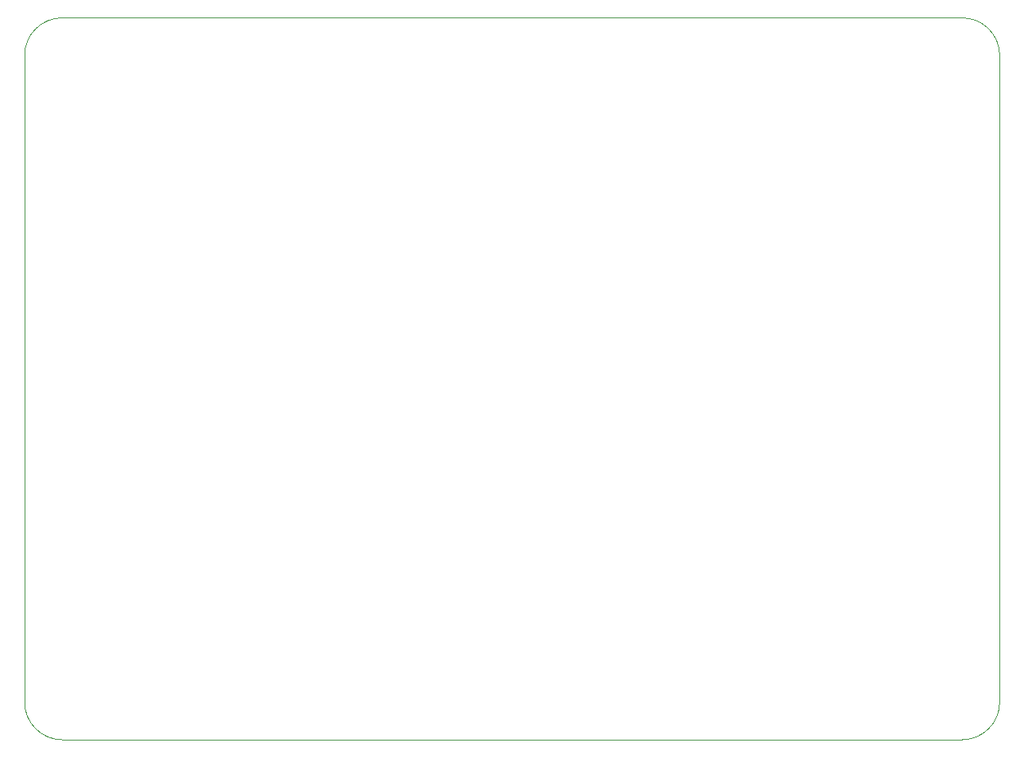
<source format=gbr>
G04 #@! TF.GenerationSoftware,KiCad,Pcbnew,5.99.0-unknown-dd99b2dc2f~142~ubuntu21.10.1*
G04 #@! TF.CreationDate,2021-10-27T13:54:22+02:00*
G04 #@! TF.ProjectId,Stm32F103Board,53746d33-3246-4313-9033-426f6172642e,rev?*
G04 #@! TF.SameCoordinates,Original*
G04 #@! TF.FileFunction,Profile,NP*
%FSLAX46Y46*%
G04 Gerber Fmt 4.6, Leading zero omitted, Abs format (unit mm)*
G04 Created by KiCad (PCBNEW 5.99.0-unknown-dd99b2dc2f~142~ubuntu21.10.1) date 2021-10-27 13:54:22*
%MOMM*%
%LPD*%
G01*
G04 APERTURE LIST*
G04 #@! TA.AperFunction,Profile*
%ADD10C,0.050000*%
G04 #@! TD*
G04 APERTURE END LIST*
D10*
X30000000Y-63000000D02*
G75*
G03*
X26000000Y-67000000I0J-4000000D01*
G01*
X130000000Y-67000000D02*
G75*
G03*
X126000000Y-63000000I-4000000J0D01*
G01*
X126000000Y-140000000D02*
G75*
G03*
X130000000Y-136000000I0J4000000D01*
G01*
X26000000Y-136000000D02*
G75*
G03*
X30000000Y-140000000I4000000J0D01*
G01*
X30000000Y-63000000D02*
X126000000Y-63000000D01*
X26000000Y-136000000D02*
X26000000Y-67000000D01*
X126000000Y-140000000D02*
X30000000Y-140000000D01*
X130000000Y-67000000D02*
X130000000Y-136000000D01*
M02*

</source>
